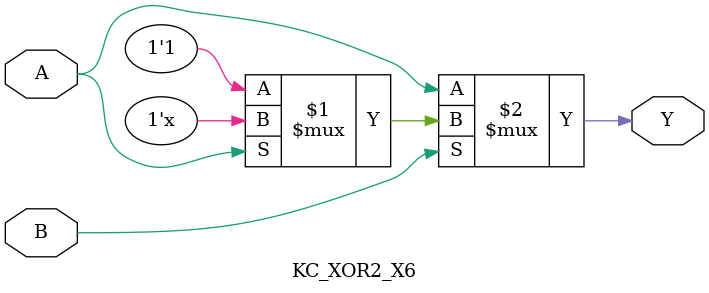
<source format=v>

`timescale 1ns / 100ps
module KC_ADD_C_B_X1 ( Y, A, B, C );

  input C;
  output Y;
  input A;
  input B;

wire Y;
//assign Y = AB && AC && BC;

assign Y = (A && B) || (A && C) || (B && C);

endmodule
//Verilog HDL for "lyt_9160734", "KC_ADD_C_X1" "functional"

`timescale 1ns / 100ps
module KC_ADD_C_X1 ( Y, A, B, C );

  input C;
  output Y;
  input A;
  input B;

wire Y;
//assign Y =  ~(AB && AC && BC) ;

assign Y = ~((A && B) || (A && C) || (B && C));

endmodule
//Verilog HDL for "lyt_9160734", "KC_ADDH_X1" "functional"

`timescale 1ns / 100ps
module KC_ADDH_X1 ( S, Co, A, B );

  output S;
  output Co;
  input A;
  input B;

wire S, Co;

assign S = A ^ B; 

assign Co = (A && B);
endmodule
//Verilog HDL for "lyt_9160734", "KC_AND2BB_X1" "functional"

`timescale 1ns / 100ps
module KC_AND2BB_X1 ( Y, AN, BN );

  output Y;
  input AN;
  input BN;

wire Y;
//assign Y = AN && BN ;

assign Y = (~AN) && (~BN);

endmodule
//Verilog HDL for "lyt_9160734", "KC_AND2B_X1" "functional"

`timescale 1ns / 100ps
module KC_AND2B_X1 ( Y, A, B );

  output Y;
  input A;
  input B;

wire Y;
//assign Y = ~A && B ;

assign Y = ~(B && ~A);

endmodule
//Verilog HDL for "lyt_9160734", "KC_AND2B_X2" "functional"

`timescale 1ns / 100ps
module KC_AND2B_X2 ( Y, A, B );

  output Y;
  input A;
  input B;

wire Y;
//assign Y = A && ~B ;

//assign Y = ~(B || ~A);
assign Y = (~B) & A;

endmodule
//Verilog HDL for "lyt_9160734", "KC_AND2_X1" "functional"

`timescale 1ns / 100ps
module KC_AND2_X1 ( Y, A, B );

  output Y;
  input A;
  input B;

wire Y;
assign Y = A && B ;

endmodule
//Verilog HDL for "lyt_9160734", "KC_AND2_X2" "functional"

`timescale 1ns / 100ps
module KC_AND2_X2 ( Y, A, B );

  output Y;
  input A;
  input B;

wire Y;
assign Y = A && B ;

endmodule
//Verilog HDL for "lyt_9160734", "KC_AND2_X3" "functional"

`timescale 1ns / 100ps
module KC_AND2_X3 ( Y, A, B );

  output Y;
  input A;
  input B;

wire Y;
assign Y = A && B ;

endmodule
//Verilog HDL for "lyt_9160734", "KC_AND2_X4" "functional"

`timescale 1ns / 100ps
module KC_AND2_X4 ( Y, A, B );

  output Y;
  input A;
  input B;

wire Y;
assign Y = A && B ;

endmodule
//Verilog HDL for "lyt_9160734", "KC_AND3_X1" "functional"

`timescale 1ns / 100ps
module KC_AND3_X1 ( Y, A, B, C );

  input C;
  output Y;
  input A;
  input B;

wire Y;
assign Y = A && B && C;

endmodule
//Verilog HDL for "lyt_9160734", "KC_AND4B_X1" "functional"

`timescale 1ns / 100ps
module KC_AND4B_X1 ( Y, AN, B, C, D );

  input C;
  output Y;
  input AN;
  input D;
  input B;

wire Y;
assign Y = (~AN) && B && C && D;

endmodule
//Verilog HDL for "lyt_9160734", "KC_AND4_X1" "functional"

`timescale 1ns / 100ps
module KC_AND4_X1 ( Y, A, B, C, D );

  input C;
  output Y;
  input A;
  input D;
  input B;

wire Y;
assign Y = A && B && C && D;

endmodule
//Verilog HDL for "lyt_9160734", "KC_AND4_X2" "functional"

`timescale 1ns / 100ps
module KC_AND4_X2 ( Y, A, B, C, D );

  input C;
  output Y;
  input A;
  input D;
  input B;

wire Y;
assign Y = A && B && C && D;

endmodule
//Verilog HDL for "lyt_9160734", "KC_AO112BB_X1" "functional"

`timescale 1ns / 100ps
module KC_AO112BB_X1 ( Y, A, B, C, D );

  input A;
  output Y;
  input B;
  input C;
  input D;

wire Y;
//assign Y = ~((A && B) || ~C || ~D);

assign Y = A && B || ~C && ~D;

endmodule
//Verilog HDL for "LYT_9160734", "KC_AO12B_X1" "functional"

`timescale 1ns / 100ps
module KC_AO12B_X1 ( Y, A, B, C );

  input B;
  output Y;
  input A;
  input C;

wire Y;
assign Y = A && B || (~C);

endmodule
//Verilog HDL for "lyt_9160734", "KC_AO12B_X2" "functional"

`timescale 1ns / 100ps
module KC_AO12B_X2 ( Y, A, B, C );

  input B;
  output Y;
  input A;
  input C;

wire Y;
assign Y = A && B || (~C);

endmodule
//Verilog HDL for "lyt_9160734", "KC_AO21_X1" "functional"

`timescale 1ns / 100ps
module KC_AO21_X1 ( Y, A0, A1, B );

  input B;
  output Y;
  input A0;
  input A1;
wire Y;

assign Y = (A0 && A1) || B;
endmodule
//Verilog HDL for "lyt_9160734", "KC_AO21_X2" "functional"

`timescale 1ns / 100ps
module KC_AO21_X2 ( Y, A0, A1, B );

  input B;
  output Y;
  input A0;
  input A1;
wire Y;

assign Y = (A0 && A1) || B;
endmodule
//Verilog HDL for "lyt_9160734", "KC_AO2222_X1" "functional"

`timescale 1ns / 100ps

module KC_AO2222_X1 ( Y, A0, A1, B0, B1, C0, C1, D0, D1 );

  input B1;
  input A1;
  output Y;
  input A0;
  input B0;
  input C0;
  input C1;
  input D0;
  input D1;

wire Y;

assign Y =  ((A0 && A1) || (B0 && B1) || (C0 && C1) || (D0 && D1));
endmodule
//Verilog HDL for "lyt_9160734", "KC_AO2222_X2" "functional"

`timescale 1ns / 100ps

module KC_AO2222_X2 ( Y, A0, A1, B0, B1, C0, C1, D0, D1 );

  input B1;
  input A1;
  output Y;
  input A0;
  input B0;
  input C0;
  input C1;
  input D0;
  input D1;

wire Y;

assign Y =  ((A0 && A1) || (B0 && B1) || (C0 && C1) || (D0 && D1));
endmodule
//Verilog HDL for "lyt_9160734", "KC_AO222_X1" "functional"

`timescale 1ns / 100ps
module KC_AO222_X1 ( Y, C1, C0, B1, B0, A1, A0 );

  input B1;
  input A1;
  output Y;
  input C1;
  input C0;
  input A0;
  input B0;
wire Y;

//assign Y = ~( (A0 && A1) || (B0 && B1) || ( C0 && C1));

//assign Y = A0 && A1 || B0 && B1 || C0 && C1 || D0 && D1;
assign Y = A0 && A1 || B0 && B1 || C0 && C1 ;

endmodule
//Verilog HDL for "lyt_9160734", "KC_AO22BB_X1" "functional"

`timescale 1ns / 100ps

module KC_AO22BB_X1 ( Y, A, B, C, D );

  input A;
  input B;
  output Y;
  input C;
  input D;

wire Y;

assign Y =  (A && B) || (~C && ~D);
endmodule
//Verilog HDL for "lyt_9160734", "KC_AO22_X1" "functional"

`timescale 1ns / 100ps

module KC_AO22_X1 ( Y, A0, A1, B0, B1 );

  input B1;
  input A1;
  output Y;
  input A0;
  input B0;

wire Y;

assign Y =  (A0 && A1) || (B0 && B1);
endmodule
//Verilog HDL for "lyt_9160734", "KC_AO22_X2" "functional"

`timescale 1ns / 100ps

module KC_AO22_X2 ( Y, A0, A1, B0, B1 );

  input B1;
  input A1;
  output Y;
  input A0;
  input B0;

wire Y;

assign Y =  (A0 && A1) || (B0 && B1);
endmodule
//Verilog HDL for "lyt_9160734", "KC_AO22_X3" "functional"

`timescale 1ns / 100ps

module KC_AO22_X3 ( Y, A0, A1, B0, B1 );

  input B1;
  input A1;
  output Y;
  input A0;
  input B0;

wire Y;

assign Y =  (A0 && A1) || (B0 && B1);
endmodule
//Verilog HDL for "lyt_9160734", "KC_AOI112B_X1" "functional"

`timescale 1ns / 100ps
module KC_AOI112B_X1 ( Y, C0, C1N, A, B );

  input A;
  output Y;
  input C0;
  input C1N;
  input B;

wire Y;
assign Y = ~((C0 && ~C1N) || B || A);

endmodule
//Verilog HDL for "lyt_9160734", "KC_AOI211_X1" "functional"

`timescale 1ns / 100ps
module KC_AOI211_X1 ( Y, C0, C1, A, B );

  input A;
  output Y;
  input C0;
  input C1;
  input B;

wire Y;
assign Y = ~((C0 && C1) || B || A);

endmodule
//Verilog HDL for "lyt_9160734", "KC_AOI21BB_X1" "functional"

`timescale 1ns / 100ps
module KC_AOI21BB_X1 ( Y, A1N, BN, A0 );

  input A0;
  output Y;
  input BN;
  input A1N;
wire Y;

assign Y = ~((A0 && ~A1N) || ~BN);
endmodule
//Verilog HDL for "lyt_9160734", "KC_AOI21B_X1" "functional"

`timescale 1ns / 100ps
module KC_AOI21B_X1 ( Y, A1, B, A0N );

  input A0N;
  output Y;
  input B;
  input A1;
wire Y;

assign Y = ~((~A0N && A1) || B);
endmodule
//Verilog HDL for "lyt_9160734", "KC_AOI21B_X2" "functional"

`timescale 1ns / 100ps
module KC_AOI21B_X2 ( Y, A1, BN, A0 );

  input A0;
  output Y;
  input BN;
  input A1;
wire Y;

assign Y = ~((A0 && A1) || ~BN);
endmodule
//Verilog HDL for "lyt_9160734", "KC_AOI21_X1" "functional"

`timescale 1ns / 100ps
module KC_AOI21_X1 ( Y, A1, B, A0 );

  input A0;
  output Y;
  input B;
  input A1;
wire Y;

assign Y = ~((A0 && A1) || B);
endmodule
//Verilog HDL for "lyt_9160734", "KC_AOI222_X1" "functional"

`timescale 1ns / 100ps
module KC_AOI222_X1 ( Y, C1, C0, B1, B0, A1, A0 );

  input B1;
  input A1;
  output Y;
  input C1;
  input C0;
  input A0;
  input B0;
wire Y;

//assign Y = ( (A0 && A1) || (B0 && B1) || ( C0 && C1));

assign Y = ~( (A0 && A1) || (B0 && B1) || ( C0 && C1));


endmodule
//Verilog HDL for "lyt_9160734", "KC_AOI22BB_X1" "functional"

`timescale 1ns / 100ps

module KC_AOI22BB_X1 ( Y, A0N, A1, B0N, B1 );

  input B1;
  input A1;
  output Y;
  input A0N;
  input B0N;

wire Y;

assign Y =  ~((~A0N && A1) || (~B0N && B1));
endmodule
//Verilog HDL for "lyt_9160734", "KC_AOI22B_X1" "functional"

`timescale 1ns / 100ps

module KC_AOI22B_X1 ( Y, A0N, A1, B0, B1 );

  input B1;
  input A1;
  output Y;
  input A0N;
  input B0;

wire Y;

assign Y =  ~((~A0N && A1) || (B0 && B1));
endmodule
//Verilog HDL for "lyt_9160734", "KC_AOI22B_X2" "functional"

`timescale 1ns / 100ps

module KC_AOI22B_X2 ( Y, A0N, A1, B0, B1 );

  input B1;
  input A1;
  output Y;
  input A0N;
  input B0;

wire Y;

assign Y =  ~((~A0N && A1) || (B0 && B1));
endmodule
//Verilog HDL for "lyt_9160734", "KC_AOI22_X1" "functional"

`timescale 1ns / 100ps

module KC_AOI22_X1 ( Y, A0, A1, B0, B1 );

  input B1;
  input A1;
  output Y;
  input A0;
  input B0;

wire Y;

assign Y =  ~((A0 && A1) || (B0 && B1));
endmodule
//Verilog HDL for "lyt_9160734", "KC_AOI22_X2" "functional"

`timescale 1ns / 100ps

module KC_AOI22_X2 ( Y, A0, A1, B0, B1 );

  input B1;
  input A1;
  output Y;
  input A0;
  input B0;

wire Y;

assign Y =  ~((A0 && A1) || (B0 && B1));
endmodule
//Verilog HDL for "lyt_9160734", "KC_AOI31_X1" "functional"

`timescale 1ns / 100ps
module KC_AOI31_X1 ( Y, A, B2, B1, B0 );

  input B1;
  output Y;
  input B0;
  input A;
  input B2;
wire Y;

assign Y = ~((B0 && B1 && B2) || A);
endmodule
//Verilog HDL for "lyt_9160734", "KC_AOI31_X2" "functional"

`timescale 1ns / 100ps
module KC_AOI31_X2 ( Y, A, B2, B1, B0 );

  input B1;
  output Y;
  input B0;
  input A;
  input B2;
wire Y;

assign Y = ~((B0 && B1 && B2) || A);
endmodule
//Verilog HDL for "lyt_9160734", "KC_AOI32_X1" "functional"

`timescale 1ns / 100ps
module KC_AOI32_X1 ( Y, A0, A1,  A2, B1, B0 );

  input B1;
  output Y;
  input B0;
  input A0;
  input A1;
  input A2;
wire Y;

assign Y = ~((A0 && A1 && A2) || (B0 && B1));
endmodule
//Verilog HDL for "lyt_9160734", "KC_AOI32_X2" "functional"

`timescale 1ns / 100ps
module KC_AOI32_X2 ( Y, A, B, C, D, E );

  input A;
  output Y;
  input B;
  input C;
  input D;
  input E;
wire Y;

assign Y = ~((A && B && C) || (D && E));
endmodule
//Verilog HDL for "lyt_9160734", "KC_BUF_X1" "functional"

`timescale 1ns / 100ps
module KC_BUF_X1 ( Y, A );

  output Y;
  input A;

wire Y;
assign Y = A;

endmodule
//Verilog HDL for "lyt_9160734", "KC_BUF_X10" "functional"

`timescale 1ns / 100ps
module KC_BUF_X10 ( Y, A );

  output Y;
  input A;

wire Y;
assign Y = A;

endmodule
//Verilog HDL for "lyt_9160734", "KC_BUF_X12" "functional"

`timescale 1ns / 100ps
module KC_BUF_X12 ( Y, A );

  output Y;
  input A;

wire Y;
assign Y = A;

endmodule
//Verilog HDL for "lyt_9160734", "KC_BUF_X13" "functional"

`timescale 1ns / 100ps
module KC_BUF_X13 ( Y, A );

  output Y;
  input A;

wire Y;
assign Y = A;

endmodule
//Verilog HDL for "lyt_9160734", "KC_BUF_X14" "functional"

`timescale 1ns / 100ps
module KC_BUF_X14 ( Y, A );

  output Y;
  input A;

wire Y;
assign Y = A;

endmodule
//Verilog HDL for "lyt_9160734", "KC_BUF_X15" "functional"

`timescale 1ns / 100ps
module KC_BUF_X15 ( Y, A );

  output Y;
  input A;

wire Y;
assign Y = A;

endmodule
//Verilog HDL for "lyt_9160734", "KC_BUF_X16" "functional"

`timescale 1ns / 100ps
module KC_BUF_X16 ( Y, A );

  output Y;
  input A;

wire Y;
assign Y = A;

endmodule
//Verilog HDL for "lyt_9160734", "KC_BUF_X2" "functional"

`timescale 1ns / 100ps
module KC_BUF_X2 ( Y, A );

  output Y;
  input A;

wire Y;
assign Y = A;

endmodule
//Verilog HDL for "lyt_9160734", "KC_BUF_X3" "functional"

`timescale 1ns / 100ps
module KC_BUF_X3 ( Y, A );

  output Y;
  input A;

wire Y;
assign Y = A;

endmodule
//Verilog HDL for "lyt_9160734", "KC_BUF_X4" "functional"

`timescale 1ns / 100ps
module KC_BUF_X4 ( Y, A );

  output Y;
  input A;

wire Y;
assign Y = A;

endmodule
//Verilog HDL for "lyt_9160734", "KC_BUF_X5" "functional"

`timescale 1ns / 100ps
module KC_BUF_X5 ( Y, A );

  output Y;
  input A;

wire Y;
assign Y = A;

endmodule
//Verilog HDL for "lyt_9160734", "KC_BUF_X6" "functional"

`timescale 1ns / 100ps
module KC_BUF_X6 ( Y, A );

  output Y;
  input A;

wire Y;
assign Y = A;

endmodule
//Verilog HDL for "lyt_9160734", "KC_BUF_X7" "functional"

`timescale 1ns / 100ps
module KC_BUF_X7 ( Y, A );

  output Y;
  input A;

wire Y;
assign Y = A;

endmodule
//Verilog HDL for "lyt_9160734", "KC_BUF_X8" "functional"

`timescale 1ns / 100ps
module KC_BUF_X8 ( Y, A );

  output Y;
  input A;

wire Y;
assign Y = A;

endmodule
//Verilog HDL for "lyt_9160734", "KC_BUF_X9" "functional"

`timescale 1ns / 100ps
module KC_BUF_X9 ( Y, A );

  output Y;
  input A;

wire Y;
assign Y = A;

endmodule
//Verilog HDL for "lyt_9160734", "KC_DFFHQ_X1" "functional"

`timescale 1ns / 100ps
module KC_DFFHQ_X1 ( Q, D, CK );

  input CK;
  input D;
  output Q;

reg Q_reg;

always@(posedge CK)

	Q_reg <= D;



wire Q;

assign #1 Q = Q_reg;
endmodule
//Verilog HDL for "lyt_9160734", "KC_DFFHQ_X2" "functional"

`timescale 1ns / 100ps
module KC_DFFHQ_X2 ( Q, D1, D2,  CK );

  input CK;
  input D1;
  input D2;
  output Q;

reg Q_reg;

//always@(posedge CK)

////	Q_reg <= D1 or D2;
//always @ (CK or D1 or D2)
// if (!CK)
//  Q_reg <= (D1 || D2);
always @ (posedge CK)
    Q_reg <= (D1 || D2);
wire Q;

assign #1 Q = CK & Q_reg;

endmodule
//Verilog HDL for "lyt_9160734", "KC_DFFHQ_X3" "functional"

`timescale 1ns / 100ps
module KC_DFFHQ_X3 ( Q, D, CK );

  input CK;
  input D;
  output Q;

reg Q_reg;

//always@(posedge CK)

//	Q_reg <= D;

//always @ (CK or D)
// if (!CK)
//  Q_reg <= D ;
always @ (posedge  CK )
  Q_reg <= D ;

wire Q;

assign #1 Q = CK & Q_reg;

endmodule
//Verilog HDL for "lyt_9160734", "KC_DFFRNHQ_X1" "functional"

`timescale 1ns / 100ps
module KC_DFFRNHQ_X1 ( Q, D, CK, RN );

  input CK;
  input RN;
  input D;
  output Q;

reg Q_reg;
always@(posedge CK or negedge RN)
begin
   if (RN == 1'b0)
      Q_reg <= 1'b0 ;
   else
      Q_reg <= D;
end

wire Q;
assign #1 Q = Q_reg;
endmodule
//Verilog HDL for "lyt_9160734", "KC_DFFRNHQ_X2" "functional"

`timescale 1ns / 100ps
module KC_DFFRNHQ_X2 ( Q, D, CK, RN );

  input CK;
  input RN;
  input D;
  output Q;

reg Q_reg;
always@(posedge CK or negedge RN)
begin
   if (RN == 1'b0)
      Q_reg <= 1'b0 ;
   else
      Q_reg <= D;
end

wire Q;
assign #1 Q = Q_reg;
endmodule
//Verilog HDL for "lyt_9160734", "KC_DFFRNHQ_X3" "functional"

`timescale 1ns / 100ps
module KC_DFFRNHQ_X3 ( Q, CK, D, RN);
  
  input CK;
  input RN;
  input D;
  output Q;

reg Q_reg;

always @ (negedge RN or posedge CK)
 begin
    if (RN == 1'b0)
     Q_reg <= 1'b0;
    else
     Q_reg <= D;
 end

wire Q;

assign #1 Q = Q_reg;

endmodule
//Verilog HDL for "lyt_9160734", "KC_DFFRNHQ_X4" "functional"

`timescale 1ns / 100ps
module KC_DFFRNHQ_X4 ( Q, D, CK, CK1, RN );

  input CK1;
  input CK;
  input RN;
  input D;
  output Q;

reg Q_reg;
always@(posedge CK or negedge RN)
begin
   if (RN == 1'b0)
      Q_reg <= 1'b0 ;
   else if (CK1)
      Q_reg <= D;
end

wire Q;
assign #1 Q = Q_reg;
endmodule
//Verilog HDL for "lyt_9160734", "KC_DFFRNHQ_X5" "functional"

`timescale 1ns / 100ps
module KC_DFFRNHQ_X5 ( Q, D, CK, RN );

  input CK;
  input RN;
  input D;
  output Q;

reg Q_reg;
always@(posedge CK or negedge RN)
begin
   if (RN == 1'b0)
      Q_reg <= 1'b0 ;
   else
      Q_reg <= D;
end

wire Q;
assign #1 Q = Q_reg;
endmodule
//Verilog HDL for "lyt_9160734", "KC_DFFSNHQ_X1" "functional"
`timescale 1ns / 100ps
module KC_DFFSNHQ_X1 (D,CK ,SN, Q);
input D,CK ,SN;
output Q;

reg Q_reg;
always@(posedge CK or negedge SN)
begin
   if (SN == 1'b0)
      Q_reg <= 1'b1 ;
   else
      Q_reg <= D;
end

wire Q;
assign #1 Q = Q_reg;
endmodule

/*
module KC_DFFSNHQ_X1 (D, CK, SN, Q );

input D;
input CK;
input SN;

output Q;

reg Q_reg;

always @ (posedge CK)
  begin
    if(SN == 1'b0)
	Q_reg <= 1'b1;
    else
	Q_reg <= D;
  end

wire Q;

assign #1 Q = Q_reg;

endmodule
*/

//Verilog HDL for "lyt_9160734", "KC_DFFSNHQ_X2" "functional"
`timescale 1ns / 100ps
module KC_DFFSNHQ_X2 (D,CK ,SN, Q);
input D,CK ,SN;
output Q;

reg Q_reg;
always@(posedge CK or negedge SN)
begin
   if (SN == 1'b0)
      Q_reg <= 1'b1 ;
   else
      Q_reg <= D;
end

wire Q;
assign #1 Q = Q_reg;
endmodule

/*
module KC_DFFSNHQ_X2 (D, CK, SN, Q );

input D;
input CK;
input SN;

output Q;

reg Q_reg;

always @ (posedge CK)
  begin
    if(SN == 1'b0)
	Q_reg <= 1'b1;
    else
	Q_reg <= D;
  end

wire Q;

assign #1 Q = Q_reg;

endmodule
*/

//Verilog HDL for "lyt_9160734", "KC_DFFSNHQ_X3" "functional"

`timescale 1ns / 100ps
module KC_DFFSNHQ_X3 ( Q, CK, D, SN );

  input SN;
  input CK;
  input D;
  output Q;

reg Q_reg;

always @ (negedge SN or posedge CK)
  begin
    if(SN == 1'b0)
	Q_reg <= 1'b1;
    else
	Q_reg <= D;
  end

wire Q;

assign #1 Q = Q_reg;



endmodule
//Verilog HDL for "lyt_9160734", "KC_DFFSNHQ_X4" "functional"
`timescale 1ns / 100ps
module KC_DFFSNHQ_X4 (D,CK ,SN, Q);
input D,CK ,SN;
output Q;

reg Q_reg;
always@(posedge CK or negedge SN)
begin
   if (SN == 1'b0)
      Q_reg <= 1'b1 ;
   else
      Q_reg <= D;
end

wire Q;
assign #1 Q = Q_reg;
endmodule

/*
module KC_DFFSNHQ_X4 (D, CK, SN, Q );

input D;
input CK;
input SN;

output Q;

reg Q_reg;

always @ (posedge CK)
  begin
    if(SN == 1'b0)
	Q_reg <= 1'b1;
    else
	Q_reg <= D;
  end

wire Q;

assign #1 Q = Q_reg;

endmodule
*/

//Verilog HDL for "lyt_9160734", "KC_INV_X1" "functional"

`timescale 1ns / 100ps
module KC_INV_X1 ( Y, A );

  output Y;
  input A;

wire Y;
assign Y = ~A;

endmodule
//Verilog HDL for "lyt_9160734", "KC_INV_X2" "functional"

`timescale 1ns / 100ps
module KC_INV_X2 ( Y, A );

  output Y;
  input A;

wire Y;
assign Y = ~A;

endmodule
//Verilog HDL for "lyt_9160734", "KC_INV_X3" "functional"

`timescale 1ns / 100ps
module KC_INV_X3 ( Y, A );

  output Y;
  input A;

wire Y;
assign Y = ~A;

endmodule
//Verilog HDL for "lyt_9160734", "KC_INV_X4" "functional"

`timescale 1ns / 100ps
module KC_INV_X4 ( Y, A );

  output Y;
  input A;

wire Y;
assign Y = ~A;

endmodule
//Verilog HDL for "lyt_9160734", "KC_INV_X5" "functional"

`timescale 1ns / 100ps
module KC_INV_X5 ( Y, A );

  output Y;
  input A;

wire Y;
assign Y = ~A;

endmodule
//Verilog HDL for "lyt_9160734", "KC_INV_X6" "functional"


`timescale 1ns / 100ps
module KC_INV_X8 (A,Y);
input A;
output Y;

wire Y;
assign Y = ~A;

endmodule
//Verilog HDL for "lyt_9160734", "KC_MX2_X1" "functional"

`timescale 1ns / 100ps
module KC_MX2_X1 ( Y, A, B, S0 );

  input S0;
  output Y;
  input A;
  input B;

wire Y;

assign   Y = S0 ? B : A;
endmodule
//Verilog HDL for "lyt_9160734", "KC_MX2_X2" "functional"

`timescale 1ns / 100ps
module KC_MX2_X2 ( Y, A, B, S0 );

  input S0;
  output Y;
  input A;
  input B;

wire Y;

assign   Y = S0 ? B : A;
endmodule
//Verilog HDL for "lyt_9160734", "KC_MXI2B_X1" "functional"

`timescale 1ns / 100ps
module KC_MXI2B_X1 ( Y, A, S0, BN );

  input S0;
  output Y;
  input A;
  input BN;

wire Y;
assign   Y =  (S0 ? BN :((~BN & ~A) ? 1'bx : ~A));

//S0  BN  A   Y
//// 0  0   0   x
//// 0  0   1   0
//// 0  1   0   1   
//// 0  1   1   0
//// 1  0   x   0
//// 1  1   x   1
//
//assign   Y = ~ (S0 ? ~BN : A);

endmodule
//Verilog HDL for "lyt_9160734", "KC_MXI2B_X2" "functional"

`timescale 1ns / 100ps
module KC_MXI2B_X2 ( Y, A, S0, BN );

  input S0;
  output Y;
  input A;
  input BN;

wire Y;

assign   Y =  ~(S0 ? ~BN : A);
endmodule
//Verilog HDL for "lyt_9160734", "KC_MXI2B_X3" "functional"

`timescale 1ns / 100ps
module KC_MXI2B_X3 ( Y, AN, S0, B );

  input S0;
  output Y;
  input AN;
  input B;

wire Y;

//assign   Y =  ~(S0 ? ~AN : B);

assign Y = ~(S0 ? B : ~AN);

endmodule
//Verilog HDL for "lyt_9160734", "KC_MXI2B_X4" "functional"

`timescale 1ns / 100ps
module KC_MXI2B_X4 ( Y, A, S0, BN );

  input S0;
  output Y;
  input A;
  input BN;

wire Y;
//assign   Y = ~ (S0 ? ~BN : A);

assign Y = ~(S0 ? A : ~BN);

endmodule
//Verilog HDL for "lyt_9160734", "KC_MXI2B_X5" "functional"

`timescale 1ns / 100ps
module KC_MXI2B_X5 ( Y, A, S0, BN );

  input S0;
  output Y;
  input A;
  input BN;

wire Y;
assign   Y = ~ (S0 ? ~BN : ((BN&A) ? 1'bx : A));

endmodule
//Verilog HDL for "lyt_9160734", "KC_MXI2B_X6" "functional"

`timescale 1ns / 100ps
module KC_MXI2B_X6 ( Y, A, S0, BN );

  input S0;
  output Y;
  input A;
  input BN;

wire Y;
assign   Y = ~ (S0 ? ((BN & A) ? 1'bx : A) : ~BN );

endmodule
//Verilog HDL for "lyt_9160734", "KC_MXI2_X1" "functional"

`timescale 1ns / 100ps
module KC_MXI2_X1 ( Y, A, S0, B );

  input S0;
  output Y;
  input A;
  input B;

wire Y;

//assign   Y =  ~(S0 ? A : B);

assign Y = ~(S0 ? B : A);

endmodule
//Verilog HDL for "lyt_9160734", "KC_MXI2_X2" "functional"

`timescale 1ns / 100ps
module KC_MXI2_X2 ( Y, A, B, S0 );

  input S0;
  output Y;
  input A;
  input B;

wire Y;

assign   Y = ~(S0 ? B : A);
endmodule
//Verilog HDL for "lyt_9160734", "KC_MXI2_X3" "functional"

`timescale 1ns / 100ps
module KC_MXI2_X3 ( Y, A, S0, B );

  input S0;
  output Y;
  input A;
  input B;

wire Y;

//assign   Y =  ~(S0 ? A : B);

assign Y = ~(S0 ? B : A);

endmodule
//Verilog HDL for "lyt_9160734", "KC_NAND2B_X1" "funcational"

`timescale 1ns / 100ps
module KC_NAND2B_X1 ( Y, AN, B );

  output Y;
  input B;
  input AN;

wire Y;
assign Y = ~(~AN && B );

endmodule
//Verilog HDL for "lyt_9160734", "KC_NAND2B_X2" "funcational"

`timescale 1ns / 100ps
module KC_NAND2B_X2 ( Y, AN, B );

  output Y;
  input B;
  input AN;

wire Y;
assign Y = ~(~AN && B );

endmodule
//Verilog HDL for "lyt_9160734", "KC_NAND2_X1" "funcational"

`timescale 1ns / 100ps
module KC_NAND2_X1 ( Y, A, B );

  output Y;
  input B;
  input A;

wire Y;
assign Y = ~(A && B );

endmodule
//Verilog HDL for "lyt_9160734", "KC_NAND2_X2" "funcational"

`timescale 1ns / 100ps
module KC_NAND2_X2 ( Y, A, B );

  output Y;
  input B;
  input A;

wire Y;
assign Y = ~(A && B );

endmodule
//Verilog HDL for "lyt_9160734", "KC_NAND2_X3" "funcational"

`timescale 1ns / 100ps
module KC_NAND2_X3 ( Y, A, B );

  output Y;
  input B;
  input A;

wire Y;
assign Y = ~(A && B );

endmodule
//Verilog HDL for "lyt_9160734", "KC_NAND3BB_X1" "functional"

`timescale 1ns / 100ps
module KC_NAND3BB_X1 ( Y, A, BN, CN );

  input CN;
  output Y;
  input BN;
  input A;

wire Y;
assign Y = ~(A && (~BN) && ~CN);

endmodule
//Verilog HDL for "lyt_9160734", "KC_NAND3B_X1" "functional"

`timescale 1ns / 100ps
module KC_NAND3B_X1 ( Y, A, B, CN );

  input CN;
  output Y;
  input B;
  input A;

wire Y;
assign Y = ~(A && B && ~CN);

endmodule
//Verilog HDL for "lyt_9160734", "KC_NAND3B_X2" "functional"

`timescale 1ns / 100ps
module KC_NAND3B_X2 ( Y, A, B, CN );

  input CN;
  output Y;
  input B;
  input A;

wire Y;
assign Y = ~(A && B && ~CN);

endmodule
//Verilog HDL for "lyt_9160734", "KC_NAND3_X1" "functional"

`timescale 1ns / 100ps
module KC_NAND3_X1 ( Y, A, B, C );

  input C;
  output Y;
  input B;
  input A;

wire Y;
assign Y = ~(A && B && C);

endmodule
//Verilog HDL for "lyt_9160734", "KC_NAND3_X2" "functional"

`timescale 1ns / 100ps
module KC_NAND3_X2 ( Y, A, B, C );

  input C;
  output Y;
  input B;
  input A;

wire Y;
assign Y = ~(A && B && C);

endmodule
//Verilog HDL for "lyt_9160734", "KC_NAND3_X3" "functional"

`timescale 1ns / 100ps
module KC_NAND3_X3 ( Y, A, B, C );

  input C;
  output Y;
  input B;
  input A;

wire Y;
assign Y = ~(A && B && C);

endmodule
//Verilog HDL for "lyt_9160734", "KC_NAND3_X4" "functional"

`timescale 1ns / 100ps
module KC_NAND3_X4 ( Y, A, B, C );

  input C;
  output Y;
  input B;
  input A;

wire Y;
assign Y = ~(A && B && C);

endmodule
//Verilog HDL for "lyt_9160734", "KC_NAND3_X5" "functional"

`timescale 1ns / 100ps
module KC_NAND3_X5 ( Y, A, B, C );

  input C;
  output Y;
  input B;
  input A;

wire Y;
assign Y = ~(A && B && C);

endmodule
//Verilog HDL for "lyt_9160734", "KC_NAND4B_X1" "functional"

`timescale 1ns / 100ps
module KC_NAND4B_X1 ( Y, A, B, C, DN );

  input C;
  output Y;
  input A;
  input DN;
  input B;

wire Y;
assign Y = ~(A && B && C && ~DN);

endmodule
//Verilog HDL for "lyt_9160734", "KC_NAND4_X1" "functional"

`timescale 1ns / 100ps
module KC_NAND4_X1 ( Y, A, B, C, D );

  input C;
  output Y;
  input A;
  input D;
  input B;

wire Y;
assign Y = ~(A && B && C && D);

endmodule
//Verilog HDL for "lyt_9160734", "KC_NAND4_X2" "functional"

`timescale 1ns / 100ps
module KC_NAND4_X2 ( Y, A, B, C, D );

  input C;
  output Y;
  input A;
  input D;
  input B;

wire Y;
assign Y = ~(A && B && C && D);

endmodule
//Verilog HDL for "lyt_9160734", "KC_NAND4_X3" "functional"

`timescale 1ns / 100ps
module KC_NAND4_X3 ( Y, A, B, C, D );

  input C;
  output Y;
  input A;
  input D;
  input B;

wire Y;
assign Y = ~(A && B && C && D);

endmodule
//Verilog HDL for "lyt_9160734", "KC_NOR2B_X1" "functional"

`timescale 1ns / 100ps
module KC_NOR2B_X1 ( Y, AN, B );

  output Y;
  input B;
  input AN;

wire Y;
assign Y = ~ ((~AN) || B );

endmodule
//Verilog HDL for "lyt_9160734", "KC_NOR2B_X2" "functional"

`timescale 1ns / 100ps
module KC_NOR2B_X2 ( Y, AN, B );

  output Y;
  input B;
  input AN;

wire Y;
assign Y = ~ ((~AN) || B );

endmodule
//Verilog HDL for "lyt_9160734", "KC_NOR2B_X3" "functional"

`timescale 1ns / 100ps
module KC_NOR2B_X3 ( Y, AN, B );

  output Y;
  input B;
  input AN;

wire Y;
assign Y = ~ ((~AN) || B );

endmodule
//Verilog HDL for "lyt_9160734", "KC_NOR2B_X4" "functional"

`timescale 1ns / 100ps
module KC_NOR2B_X4 ( Y, AN, B );

  output Y;
  input B;
  input AN;

wire Y;
assign Y = ~ ((~AN) || B );

endmodule
//Verilog HDL for "lyt_9160734", "KC_NOR2B_X5" "functional"

`timescale 1ns / 100ps
module KC_NOR2B_X5 ( Y, AN, B );

  output Y;
  input B;
  input AN;

wire Y;
assign Y = ~ ((~AN) || B );

endmodule
//Verilog HDL for "lyt_9160734", "KC_NOR2_X1" "functional"

`timescale 1ns / 100ps
module KC_NOR2_X1 ( Y, A, B );

  output Y;
  input A;
  input B;

wire Y;
assign Y = ~ (A || B );

endmodule
//Verilog HDL for "lyt_9160734", "KC_NOR2_X2" "functional"

`timescale 1ns / 100ps
module KC_NOR2_X2 ( Y, A, B );

  output Y;
  input A;
  input B;

wire Y;
assign Y = ~ (A || B );

endmodule
//Verilog HDL for "lyt_9160734", "KC_NOR2_X3" "functional"

`timescale 1ns / 100ps
module KC_NOR2_X3 ( Y, A, B );

  output Y;
  input A;
  input B;

wire Y;
assign Y = ~ (A || B );

endmodule
//Verilog HDL for "lyt_9160734", "KC_NOR2_X4" "functional"

`timescale 1ns / 100ps
module KC_NOR2_X4 ( Y, A, B );

  output Y;
  input A;
  input B;

wire Y;
assign Y = ~ (A || B );

endmodule
//Verilog HDL for "lyt_9160734", "KC_NOR2_X5" "functional"

`timescale 1ns / 100ps
module KC_NOR2_X5 ( Y, A, B );

  output Y;
  input A;
  input B;

wire Y;
assign Y = ~ (A || B );

endmodule
//Verilog HDL for "lyt_9160734", "KC_NOR3B_X1" "functional"

`timescale 1ns / 100ps
module KC_NOR3B_X1 ( Y, A, B, CN );

  input CN;
  output Y;
  input A;
  input B;

wire Y;
assign Y = ~((~CN) || B || A);

endmodule
//Verilog HDL for "lyt_9160734", "KC_NOR3B_X2" "functional"

`timescale 1ns / 100ps
module KC_NOR3B_X2 ( Y, A, B, CN );

  input CN;
  output Y;
  input A;
  input B;

wire Y;
assign Y = ~((~CN) || B || A);

endmodule
//Verilog HDL for "lyt_9160734", "KC_NOR3_X1" "funcational"

`timescale 1ns / 100ps
module KC_NOR3_X1 ( Y, A, B, C );

  input C;
  output Y;
  input A;
  input B;

wire Y;
assign Y = ~(A || B || C);

endmodule
//Verilog HDL for "lyt_9160734", "KC_NOR3_X2" "funcational"

`timescale 1ns / 100ps
module KC_NOR3_X2 ( Y, A, B, C );

  input C;
  output Y;
  input A;
  input B;

wire Y;
assign Y = ~(A || B || C);

endmodule
//Verilog HDL for "lyt_9160734", "KC_NOR3_X3" "funcational"

`timescale 1ns / 100ps
module KC_NOR3_X3 ( Y, A, B, C );

  input C;
  output Y;
  input A;
  input B;

wire Y;
assign Y = ~(A || B || C);

endmodule
//Verilog HDL for "lyt_9160734", "KC_NOR3_X4" "funcational"

`timescale 1ns / 100ps
module KC_NOR3_X4 ( Y, A, B, C );

  input C;
  output Y;
  input A;
  input B;

wire Y;
assign Y = ~(A || B || C);

endmodule
//Verilog HDL for "lyt_9160734", "KC_NOR4_X1" "functional"

`timescale 1ns / 100ps
module KC_NOR4_X1 ( Y, A, B, C, D );

  input C;
  output Y;
  input A;
  input D;
  input B;

wire Y;
assign Y = ~(A || B || C || D);

endmodule
//Verilog HDL for "lyt_9160734", "KC_OA12B_X1" "functional"

`timescale 1ns / 100ps
module KC_OA12B_X1 ( Y, A, B, C );

  input C;
  output Y;
  input A;
  input B;

wire Y;
assign Y = (A || B) && (~C);

//assign Y = ~(~(A || B) || C);

endmodule
//Verilog HDL for "lyt_9160734", "KC_OA21_X1" "functional"

`timescale 1ns / 100ps
//module KC_OA21_X1 ( Y, A, B1, B0 );

//  input B1;
//  input B0;
//  output Y;
//  input A;

//wire Y;

//assign Y = ((B0 || B1) && A);
//endmodule

module KC_OA21_X1( Y, A0, A1, B );

input A0;
input A1;
output Y;
input B;

wire Y;

assign Y = (A0 || A1) && B;

endmodule

//Verilog HDL for "lyt_9160734", "KC_OA22_X1" "functional"

`timescale 1ns / 100ps

module KC_OA22_X1 ( Y, B1, B0, A1, A0 );

  input B1;
  input A1;
  output Y;
  input A0;
  input B0;

wire Y;

assign Y = (A0 || A1) && (B0 || B1);
endmodule
//Verilog HDL for "lyt_9160734", "KC_OAI112BB_X1" "functional"

`timescale 1ns / 100ps
module KC_OAI112BB_X1 ( Y, C1, B, C0N, AN );

  output Y;
  input C1;
  input C0N;
  input AN;
  input B;

wire Y;

assign Y = ~((~C0N || C1) && B && ~AN);


endmodule
//Verilog HDL for "lyt_9160734", "KC_OAI112B_X1" "functional"

`timescale 1ns / 100ps
module KC_OAI112B_X1 ( Y, C1, BN, C0, A );

  output Y;
  input C1;
  input C0;
  input A;
  input BN;

wire Y;

assign Y = ~((C0 || C1) && ~BN && A);


endmodule
//Verilog HDL for "lyt_9160734", "KC_OAI112B_X2" "functional"

`timescale 1ns / 100ps
module KC_OAI112B_X2 ( Y, C1, B, C0, AN );

  output Y;
  input C1;
  input C0;
  input AN;
  input B;

wire Y;

assign Y = ~((C0 || C1) && B && ~AN);


endmodule
//Verilog HDL for "lyt_9160734", "KC_OAI112_X1" "functional"

`timescale 1ns / 100ps
module KC_OAI112_X1 ( Y, C1, B, C0, A );

  output Y;
  input C1;
  input C0;
  input A;
  input B;

wire Y;

assign Y = ~((C0 || C1) && B && A);


endmodule
//Verilog HDL for "lyt_9160734", "KC_OAI112_X2" "functional"

`timescale 1ns / 100ps
module KC_OAI112_X2 ( Y, C1, B, C0, A );

  output Y;
  input C1;
  input C0;
  input A;
  input B;

wire Y;

assign Y = ~((C0 || C1) && B && A);


endmodule
//Verilog HDL for "lyt_9160734", "KC_OAI13_X1" "functional"

`timescale 1ns / 100ps
module KC_OAI13_X1 ( Y, B0, A, B1, B2 );

  input B1;
  output Y;
  input A;
  input B0;
  input B2;


wire Y;

assign Y = ~((B0 || B1 || B2) && A);
endmodule
//Verilog HDL for "lyt_9160734", "KC_OAI13_X2" "functional"

`timescale 1ns / 100ps
module KC_OAI13_X2 ( Y, B0, A, B1, B2 );

  input B1;
  output Y;
  input A;
  input B0;
  input B2;


wire Y;

assign Y = ~((B0 || B1 || B2) && A);
endmodule
//Verilog HDL for "lyt_9160734", "KC_OAI13_X3" "functional"

`timescale 1ns / 100ps
module KC_OAI13_X3 ( Y, B0, A, B1, B2 );

  input B1;
  output Y;
  input A;
  input B0;
  input B2;


wire Y;

assign Y = ~((B0 || B1 || B2) && A);
endmodule
//Verilog HDL for "lyt_9160734", "KC_OAI211B_X1" "functional"

`timescale 1ns / 100ps
module KC_OAI211B_X1 ( Y, C1, B, C0N, A );

  output Y;
  input C1;
  input C0N;
  input A;
  input B;

wire Y;

assign Y = ~((~C0N || C1) && B && A);


endmodule
//Verilog HDL for "lyt_9160734", "KC_OAI211B_X2" "functional"

`timescale 1ns / 100ps
module KC_OAI211B_X2 ( Y, C1, B, C0, AN );

  output Y;
  input C1;
  input C0;
  input AN;
  input B;

wire Y;

assign Y = ~((C0 || C1) && B && ~AN);


endmodule
//Verilog HDL for "lyt_9160734", "KC_OAI211B_X3" "functional"

`timescale 1ns / 100ps
module KC_OAI211B_X3 ( Y, C1, B, C0N, A );

  output Y;
  input C1;
  input C0N;
  input A;
  input B;

wire Y;

assign Y = ~((~C0N || C1) && B && A);


endmodule
//Verilog HDL for "lyt_9160734", "KC_OAI21BB_X2" "functional"

`timescale 1ns / 100ps
module KC_OAI21BB_X2 ( Y, A0, A1N, BN );

  input A1N;
  input BN;
  output Y;
  input A0;

wire Y;

assign Y = ~((A0 || ~A1N) && ~BN);
endmodule
//Verilog HDL for "lyt_9160734", "KC_OAI21B_X1" "functional"

`timescale 1ns / 100ps
module KC_OAI21B_X1 ( Y, A0N, A1, B );

  input A1;
  input B;
  output Y;
  input A0N;

wire Y;

assign Y = ~((~A0N || A1) && B);
endmodule
//Verilog HDL for "lyt_9160734", "KC_OAI21B_X2" "functional"

`timescale 1ns / 100ps
module KC_OAI21B_X2 ( Y, A0, A1, BN );

  input A1;
  input BN;
  output Y;
  input A0;

wire Y;

assign Y = ~((A0 || A1) && ~BN);
endmodule
//Verilog HDL for "lyt_9160734", "KC_OAI21B_X3" "functional"

`timescale 1ns / 100ps
module KC_OAI21B_X3 ( Y, A0, A1, BN );

  input A1;
  input BN;
  output Y;
  input A0;

wire Y;

assign Y = ~((A0 || A1) && ~BN);
endmodule
//Verilog HDL for "lyt_9160734", "KC_OAI21B_X4" "functional"

`timescale 1ns / 100ps
module KC_OAI21B_X4 ( Y, A0N, A1, B );

  input A1;
  input B;
  output Y;
  input A0N;

wire Y;

assign Y = ~((~A0N || A1) && B);
endmodule
//Verilog HDL for "lyt_9160734", "KC_OAI21_X1" "functional"

`timescale 1ns / 100ps
module KC_OAI21_X1 ( Y, A1, B, A0 );

  input A1;
  input B;
  output Y;
  input A0;

wire Y;

assign Y = ~((A0 || A1) && B);
endmodule
//Verilog HDL for "lyt_9160734", "KC_OAI21_X2" "functional"

`timescale 1ns / 100ps
module KC_OAI21_X2 ( Y, A1, B, A0 );

  input A1;
  input B;
  output Y;
  input A0;

wire Y;

assign Y = ~((A0 || A1) && B);
endmodule
//Verilog HDL for "lyt_9160734", "KC_OAI22B_X1" "functional"

`timescale 1ns / 100ps

module KC_OAI22B_X1 ( Y, B1N, B0, A1, A0 );

  input B1N;
  input A1;
  output Y;
  input A0;
  input B0;

wire Y;

assign Y = ~( (A0 || A1) && (B0 || ~B1N) );

endmodule
//Verilog HDL for "lyt_9160734", "KC_OAI22_X1" "functional"

`timescale 1ns / 100ps

module KC_OAI22_X1 ( Y, B1, B0, A1, A0 );

  input B1;
  input A1;
  output Y;
  input A0;
  input B0;

wire Y;

assign Y = ~( (A0 || A1) && (B0 || B1) );

endmodule
//Verilog HDL for "lyt_9160734", "KC_OAI22_X2" "functional"

`timescale 1ns / 100ps

module KC_OAI22_X2 ( Y, B1, B0, A1, A0 );

  input B1;
  input A1;
  output Y;
  input A0;
  input B0;

wire Y;

assign Y = ~( (A0 || A1) && (B0 || B1) );

endmodule
//Verilog HDL for "lyt_9160734", "KC_OAI22_X3" "functional"

`timescale 1ns / 100ps

module KC_OAI22_X3 ( Y, B1, B0, A1, A0 );

  input B1;
  input A1;
  output Y;
  input A0;
  input B0;

wire Y;

assign Y = ~( (A0 || A1) && (B0 || B1) );

endmodule
//Verilog HDL for "lyt_9160734", "KC_OR2_X1" "functional"

`timescale 1ns / 100ps
module KC_OR2_X1 ( Y, A, B );

  output Y;
  input A;
  input B;

wire Y;
assign Y = (A || B );

endmodule
//Verilog HDL for "lyt_9160734", "KC_OR2_X2" "functional"

`timescale 1ns / 100ps
module KC_OR2_X2 ( Y, A, B );

  output Y;
  input A;
  input B;

wire Y;
assign Y = (A || B );

endmodule
//Verilog HDL for "lyt_9160734", "KC_OR2_X3" "functional"

`timescale 1ns / 100ps
module KC_OR2_X3 ( Y, A, B );

  output Y;
  input A;
  input B;

wire Y;
assign Y = (A || B );

endmodule
//Verilog HDL for "lyt_9160734", "KC_OR2_X4" "functional"

`timescale 1ns / 100ps
module KC_OR2_X4 ( Y, A, B );

  output Y;
  input A;
  input B;

wire Y;
assign Y = (A || B );

endmodule
//Verilog HDL for "lyt_9160734", "KC_OR3_X1" "funcational"

`timescale 1ns / 100ps
module KC_OR3_X1 ( Y, A, B, C );

  input C;
  output Y;
  input A;
  input B;

wire Y;
assign Y = (A || B || C);

endmodule
//Verilog HDL for "lyt_9160734", "KC_OR4_X1" "functional"

`timescale 1ns / 100ps
module KC_OR4_X1 ( Y, A, B, C, D );

  output Y;
  input A;
  input B;
  input C;
  input D;

wire Y;
assign Y = A || B || C || D;

endmodule
//Verilog HDL for "lyt_9160734", "KC_OR4_X2" "functional"

`timescale 1ns / 100ps
module KC_OR4_X2 ( Y, A, B, C, D );

  output Y;
  input A;
  input B;
  input C;
  input D;

wire Y;
assign Y = A || B || C || D;

endmodule
//Verilog HDL for "lyt_9160734", "KC_SDFFRNHQ_X1" "functional"

`timescale 1ns / 100ps
module KC_SDFFRNHQ_X1 (D,CK ,RN, SI,SE,Q);
input D,CK ,RN,SI,SE;
output Q;

reg Q_reg;
always@(posedge CK or negedge RN)
begin
   if (RN == 1'b0)
      Q_reg <= 1'b0 ;
   else
//      Q_reg <= SE ? SI : D;

	Q_reg <= SE ? D : SI;

end

wire Q;
assign #1 Q = Q_reg;

endmodule


//Verilog HDL for "lyt_9160734", "KC_TIEH_X1" "functional"

`timescale 1ns / 100ps
module KC_TIEH_X1 ( Y );

  output Y;

wire Y;

assign Y = 1'B1;
endmodule
//Verilog HDL for "lyt_9160734", "KC_TIELO_X1" "functional"

`timescale 1ns / 100ps
module KC_TIELO_X1 ( Y );

  output Y;

wire Y;

assign Y = 1'B0;
endmodule
//Verilog HDL for "lyt_9160734 "KC_TINV_X1" "functional"

`timescale 1ns / 100ps
module KC_TINV_X1 ( Y, A, OE );

  output Y;
  input OE;
  input A;
 
wire Y;

assign Y = ~A;
//assign Y = OE ? (~A) : 1'Bz;
endmodule

//Verilog HDL for "lyt_9160734 "KC_TINV_X2" "functional"

`timescale 1ns / 100ps
module KC_TINV_X2 ( Y, A, B );

  output Y;
  input B;
  input A;
 
wire Y;

assign Y = A;
endmodule
//Verilog HDL for "lyt_9160734", "KC_TLAT_X1" "functional"

`timescale 1ns / 100ps
module KC_TLAT_X1 ( Q, A, B, CK );

  input CK;
  input A;
  input B;
  output Q;

reg Q_reg;

//always@(CK or A or B)
//   begin
//	if(CK== 1'b0)
//	    Q_reg <= (A || B) ;
//   end

always @ (posedge CK )
Q_reg <= (A || B);

wire Q;
assign #1 Q = CK & Q_reg;

endmodule
//Verilog HDL for "lyt_9160734", "KC_TLAT_X2" "functional"

`timescale 1ns / 100ps
module KC_TLAT_X2 ( Q, D, CK );

  input CK;
  input D;
  output Q;

reg Q_reg;
//always@(CK or D)
//   begin
//	if(CK== 1'b0)
//	    Q_reg <= D ;
//   end

always @ (posedge CK )
Q_reg <= D ;

wire Q;
assign #1 Q = CK & Q_reg;

endmodule
//Verilog HDL for "lyt_9160734", "KC_TLAT_X3" "functional"

`timescale 1ns / 100ps

module KC_TLAT_X3 ( Q, D, G );

  input G;
  input D;
  output Q;


wire Q;

assign Q = G ? D : ~D ;

//assign #1 Q = Q_reg;
endmodule
//Verilog HDL for "lyt_9160734", "KC_XNOR2_X1" "functional"

`timescale 1ns / 100ps
module KC_XNOR2_X1 ( Y, A, B );

  output Y;
  input A;
  input B;

wire Y;
assign Y = ~(A ^ B );

endmodule
//Verilog HDL for "lyt_9160734", "KC_XNOR2_X2" "functional"

`timescale 1ns / 100ps
module KC_XNOR2_X2 ( Y, A, B );

  output Y;
  input A;
  input B;

wire Y;
assign Y = ~(A ^ B );

endmodule
//Verilog HDL for "lyt_9160734", "KC_XNOR2_X3" "functional"

`timescale 1ns / 100ps
module KC_XNOR2_X3 ( Y, A, B );

  output Y;
  input A;
  input B;

wire Y;
assign Y = ~(A ^ B );

endmodule
//Verilog HDL for "lyt_9160734", "KC_XNOR2_X4" "functional"
`timescale 1ns / 100ps

module KC_XNOR2_X4 ( Y, A, B );

  output Y;
  input A;
  input B;

wire Y;
assign Y = ~(A ^ B) ;

endmodule
//Verilog HDL for "lyt_9160734", "KC_XNOR2_X5" "functional"

`timescale 1ns / 100ps
module KC_XNOR2_X5 ( Y, A, B );

  output Y;
  input A;
  input B;

wire Y;
assign Y = ~(A ^ B );

endmodule
//Verilog HDL for "lyt_9160734", "KC_XNOR2_X6" "functional"

`timescale 1ns / 100ps
module KC_XNOR2_X6 ( Y, A, B );

  output Y;
  input A;
  input B;

wire Y;
//assign Y = ~(A ^ B );
assign Y = (A ^ B );

endmodule
//Verilog HDL for "lyt_9160734", "KC_XNOR2_X8 "functional"

`timescale 1ns / 100ps
module KC_XNOR2_X8 ( Y, A, B );

  output Y;
  input A;
  input B;

wire Y;
assign Y = ~(A ^ B );

endmodule
//Verilog HDL for "lyt_9160734", "KC_XOR2_X1" "functional"

`timescale 1ns / 100ps
module KC_XOR2_X1 ( Y, A, B );

  output Y;
  input A;
  input B;

wire Y;
assign Y = (A ^ B );

endmodule
//Verilog HDL for "lyt_9160734", "KC_XOR2_X2" "functional"
`timescale 1ns / 100ps

module KC_XOR2_X2 ( Y, A, B );

 
  output Y;
  input A;
  input B;

wire Y;
//assign Y = (A ^ B) ;

assign Y = ~(A ^ B);

endmodule
//Verilog HDL for "lyt_9160734", "KC_XOR2_X3" "functional"
`timescale 1ns / 100ps

module KC_XOR2_X3 ( Y, A, B );

 
  output Y;
  input A;
  input B;

wire Y;
assign Y = (A ^ B) ;

endmodule
//Verilog HDL for "lyt_9160734", "KC_XOR2_X4" "functional"
`timescale 1ns / 100ps

module KC_XOR2_X4 ( Y, A, B );

 
  output Y;
  input A;
  input B;

wire Y;
assign Y = (A ^ B) ;

endmodule
//Verilog HDL for "lyt_9160734", "KC_XOR2_X5" "functional"

`timescale 1ns / 100ps
module KC_XOR2_X5 ( Y, A, B );

  output Y;
  input A;
  input B;

wire Y;
assign Y = (A ^ B );

endmodule
//Verilog HDL for "lyt_9160734", "KC_XOR2_X6" "functional"

`timescale 1ns / 100ps
module KC_XOR2_X6 ( Y, A, B );

  output Y;
  input A;
  input B;

wire Y;
assign Y = B ? (A ? 1'bx : 1'b1) : A ; 

endmodule

</source>
